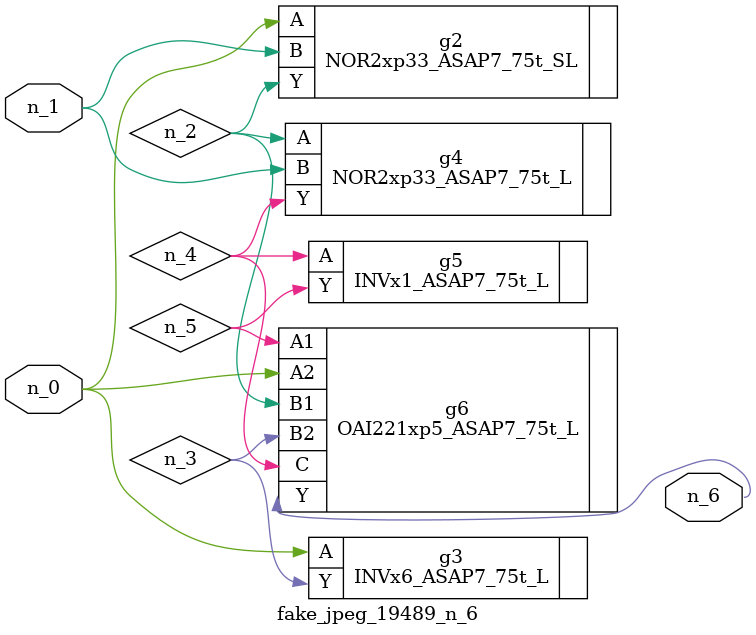
<source format=v>
module fake_jpeg_19489_n_6 (n_0, n_1, n_6);

input n_0;
input n_1;

output n_6;

wire n_2;
wire n_3;
wire n_4;
wire n_5;

NOR2xp33_ASAP7_75t_SL g2 ( 
.A(n_0),
.B(n_1),
.Y(n_2)
);

INVx6_ASAP7_75t_L g3 ( 
.A(n_0),
.Y(n_3)
);

NOR2xp33_ASAP7_75t_L g4 ( 
.A(n_2),
.B(n_1),
.Y(n_4)
);

INVx1_ASAP7_75t_L g5 ( 
.A(n_4),
.Y(n_5)
);

OAI221xp5_ASAP7_75t_L g6 ( 
.A1(n_5),
.A2(n_0),
.B1(n_2),
.B2(n_3),
.C(n_4),
.Y(n_6)
);


endmodule
</source>
